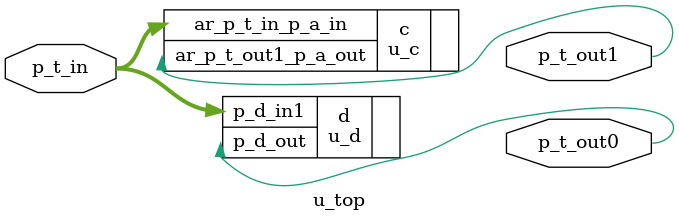
<source format=v>
`include "defines.v"

module u_top(p_t_in,
             p_t_out0,
             p_t_out1);
// Location of source csl unit: file name = ar3b.csl line number = 57
  input [2 - 1:0] p_t_in;
  output p_t_out0;
  output p_t_out1;
  u_c c(.ar_p_t_in_p_a_in(p_t_in),
        .ar_p_t_out1_p_a_out(p_t_out1));
  u_d d(.p_d_in1(p_t_in),
        .p_d_out(p_t_out0));
  `include "u_top.logic.v"
endmodule


</source>
